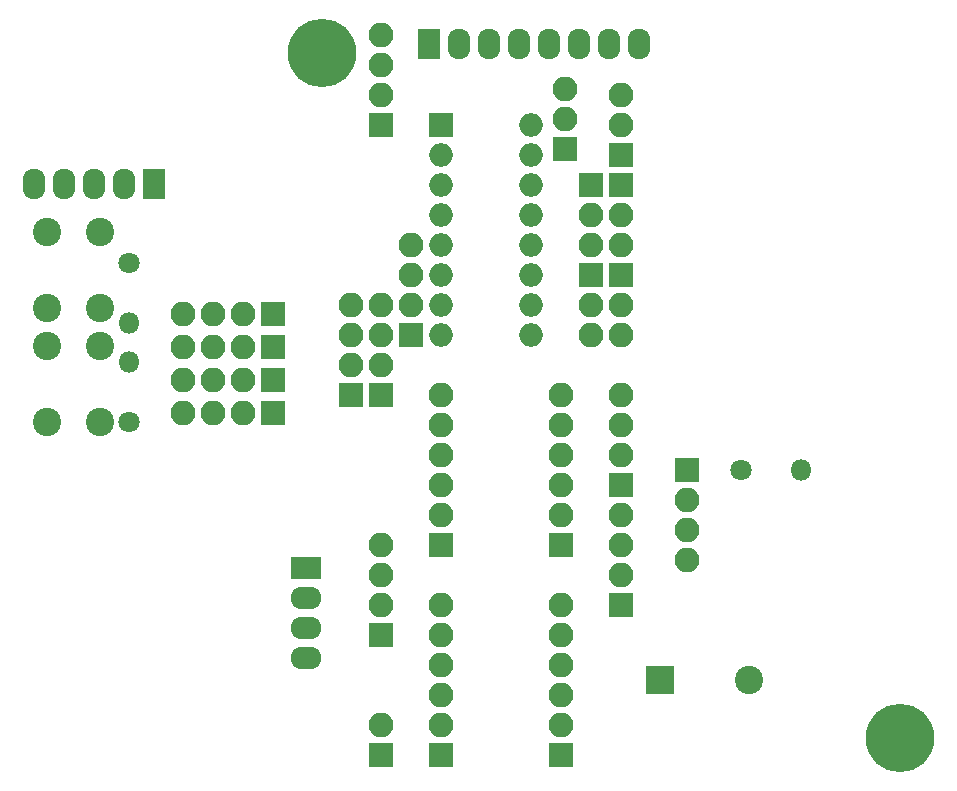
<source format=gbs>
G04 #@! TF.FileFunction,Soldermask,Bot*
%FSLAX46Y46*%
G04 Gerber Fmt 4.6, Leading zero omitted, Abs format (unit mm)*
G04 Created by KiCad (PCBNEW 4.0.5) date 11/27/17 15:22:54*
%MOMM*%
%LPD*%
G01*
G04 APERTURE LIST*
%ADD10C,0.100000*%
%ADD11C,5.800000*%
%ADD12C,3.100000*%
%ADD13R,2.100000X2.100000*%
%ADD14O,2.100000X2.100000*%
%ADD15R,2.000000X2.000000*%
%ADD16O,2.000000X2.000000*%
%ADD17R,2.599640X1.924000*%
%ADD18O,2.599640X1.924000*%
%ADD19R,1.924000X2.599640*%
%ADD20O,1.924000X2.599640*%
%ADD21C,2.400000*%
%ADD22R,2.400000X2.400000*%
%ADD23C,1.800000*%
%ADD24O,1.800000X1.800000*%
G04 APERTURE END LIST*
D10*
D11*
X173540000Y-123000000D03*
D12*
X173540000Y-123000000D03*
X124540000Y-65000000D03*
D13*
X145135600Y-73152000D03*
D14*
X145135600Y-70612000D03*
X145135600Y-68072000D03*
D15*
X134620000Y-71120000D03*
D16*
X142240000Y-88900000D03*
X134620000Y-73660000D03*
X142240000Y-86360000D03*
X134620000Y-76200000D03*
X142240000Y-83820000D03*
X134620000Y-78740000D03*
X142240000Y-81280000D03*
X134620000Y-81280000D03*
X142240000Y-78740000D03*
X134620000Y-83820000D03*
X142240000Y-76200000D03*
X134620000Y-86360000D03*
X142240000Y-73660000D03*
X134620000Y-88900000D03*
X142240000Y-71120000D03*
D14*
X134620000Y-93980000D03*
X134620000Y-96520000D03*
X134620000Y-99060000D03*
X134620000Y-101600000D03*
X134620000Y-104140000D03*
D13*
X134620000Y-106680000D03*
X144780000Y-106680000D03*
D14*
X144780000Y-104140000D03*
X144780000Y-101600000D03*
X144780000Y-99060000D03*
X144780000Y-96520000D03*
X144780000Y-93980000D03*
X134620000Y-111760000D03*
X134620000Y-114300000D03*
X134620000Y-116840000D03*
X134620000Y-119380000D03*
X134620000Y-121920000D03*
D13*
X134620000Y-124460000D03*
X144780000Y-124460000D03*
D14*
X144780000Y-121920000D03*
X144780000Y-119380000D03*
X144780000Y-116840000D03*
X144780000Y-114300000D03*
X144780000Y-111760000D03*
D13*
X149860000Y-101600000D03*
D14*
X149860000Y-99060000D03*
X149860000Y-96520000D03*
X149860000Y-93980000D03*
D13*
X149860000Y-76200000D03*
D14*
X149860000Y-78740000D03*
X149860000Y-81280000D03*
D13*
X147320000Y-76200000D03*
D14*
X147320000Y-78740000D03*
X147320000Y-81280000D03*
D13*
X149860000Y-83820000D03*
D14*
X149860000Y-86360000D03*
X149860000Y-88900000D03*
D13*
X147320000Y-83820000D03*
D14*
X147320000Y-86360000D03*
X147320000Y-88900000D03*
D13*
X129540000Y-93980000D03*
D14*
X129540000Y-91440000D03*
X129540000Y-88900000D03*
X129540000Y-86360000D03*
D13*
X129540000Y-114300000D03*
D14*
X129540000Y-111760000D03*
X129540000Y-109220000D03*
X129540000Y-106680000D03*
D13*
X127000000Y-93980000D03*
D14*
X127000000Y-91440000D03*
X127000000Y-88900000D03*
X127000000Y-86360000D03*
D13*
X149860000Y-111760000D03*
D14*
X149860000Y-109220000D03*
X149860000Y-106680000D03*
X149860000Y-104140000D03*
D13*
X149860000Y-73660000D03*
D14*
X149860000Y-71120000D03*
X149860000Y-68580000D03*
D13*
X132080000Y-88900000D03*
D14*
X132080000Y-86360000D03*
X132080000Y-83820000D03*
X132080000Y-81280000D03*
D17*
X123190000Y-108585000D03*
D18*
X123190000Y-111125000D03*
X123190000Y-113665000D03*
X123190000Y-116205000D03*
D13*
X129540000Y-124460000D03*
D14*
X129540000Y-121920000D03*
D19*
X110363000Y-76073000D03*
D20*
X107823000Y-76073000D03*
X105283000Y-76073000D03*
X102743000Y-76073000D03*
X100203000Y-76073000D03*
D19*
X133604000Y-64262000D03*
D20*
X136144000Y-64262000D03*
X138684000Y-64262000D03*
X141224000Y-64262000D03*
X143764000Y-64262000D03*
X146304000Y-64262000D03*
X148844000Y-64262000D03*
X151384000Y-64262000D03*
D21*
X101291000Y-89789000D03*
X105791000Y-89789000D03*
X101291000Y-96289000D03*
X105791000Y-96289000D03*
X101291000Y-80137000D03*
X105791000Y-80137000D03*
X101291000Y-86637000D03*
X105791000Y-86637000D03*
D13*
X155448000Y-100330000D03*
D14*
X155448000Y-102870000D03*
X155448000Y-105410000D03*
X155448000Y-107950000D03*
D13*
X120396000Y-87122000D03*
D14*
X117856000Y-87122000D03*
X115316000Y-87122000D03*
X112776000Y-87122000D03*
D13*
X120396000Y-89916000D03*
D14*
X117856000Y-89916000D03*
X115316000Y-89916000D03*
X112776000Y-89916000D03*
D13*
X120396000Y-92710000D03*
D14*
X117856000Y-92710000D03*
X115316000Y-92710000D03*
X112776000Y-92710000D03*
D13*
X120396000Y-95504000D03*
D14*
X117856000Y-95504000D03*
X115316000Y-95504000D03*
X112776000Y-95504000D03*
D13*
X129540000Y-71125080D03*
D14*
X129540000Y-68585080D03*
X129540000Y-66045080D03*
X129540000Y-63505080D03*
D11*
X124540000Y-65000000D03*
D22*
X153162000Y-118110000D03*
D21*
X160762000Y-118110000D03*
D23*
X160020000Y-100330000D03*
D24*
X165100000Y-100330000D03*
D23*
X108204000Y-82804000D03*
D24*
X108204000Y-87884000D03*
D23*
X108204000Y-96266000D03*
D24*
X108204000Y-91186000D03*
M02*

</source>
